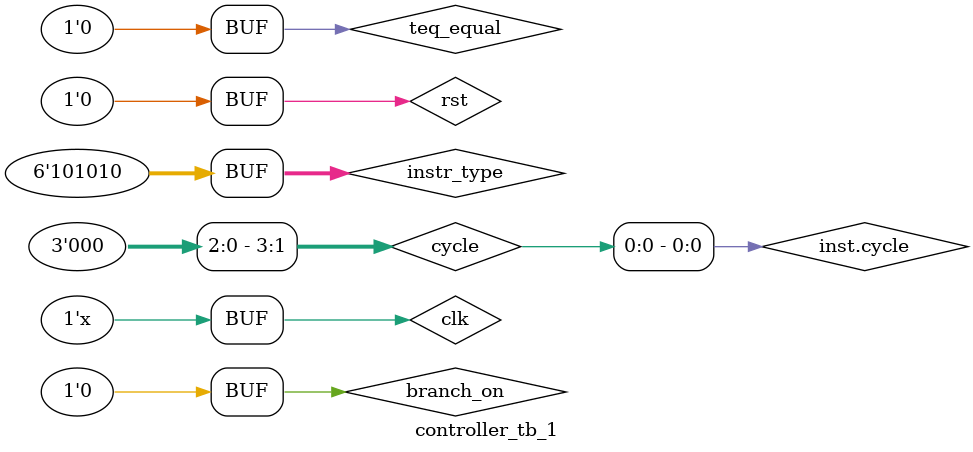
<source format=v>
`timescale 1ns / 1ps


module controller_tb_1;

parameter INST_TYPE_ADD   = 6'd0;
parameter INST_TYPE_ADDU  = 6'd1;
parameter INST_TYPE_SUB   = 6'd2;
parameter INST_TYPE_SUBU  = 6'd3;
parameter INST_TYPE_AND   = 6'd4;
parameter INST_TYPE_OR    = 6'd5;
parameter INST_TYPE_XOR   = 6'd6;
parameter INST_TYPE_NOR   = 6'd7;
parameter INST_TYPE_SLT   = 6'd8;
parameter INST_TYPE_SLTU  = 6'd9;
parameter INST_TYPE_SLL   = 6'd10;
parameter INST_TYPE_SRL   = 6'd11;
parameter INST_TYPE_SRA   = 6'd12;
parameter INST_TYPE_SLLV  = 6'd13;
parameter INST_TYPE_SRLV  = 6'd14;
parameter INST_TYPE_SRAV  = 6'd15;
parameter INST_TYPE_JR    = 6'd16;
parameter INST_TYPE_ADDI  = 6'd17;
parameter INST_TYPE_ADDIU = 6'd18;
parameter INST_TYPE_ANDI  = 6'd19;
parameter INST_TYPE_ORI   = 6'd20;
parameter INST_TYPE_XORI  = 6'd21;
parameter INST_TYPE_LW    = 6'd22;
parameter INST_TYPE_SW    = 6'd23;
parameter INST_TYPE_BEQ   = 6'd24;
parameter INST_TYPE_BNE   = 6'd25;
parameter INST_TYPE_SLTI  = 6'd26;
parameter INST_TYPE_SLTIU = 6'd27;
parameter INST_TYPE_LUI   = 6'd28;
parameter INST_TYPE_J     = 6'd29;
parameter INST_TYPE_JAL   = 6'd30;
parameter INST_TYPE_JALR  = 6'd31;
parameter INST_TYPE_MULT  = 6'd32;
parameter INST_TYPE_MULTU = 6'd33;
parameter INST_TYPE_DIV   = 6'd34;
parameter INST_TYPE_DIVU  = 6'd35;
parameter INST_TYPE_MFLO  = 6'd36;
parameter INST_TYPE_MFHI  = 6'd37;
parameter INST_TYPE_MTLO  = 6'd38;
parameter INST_TYPE_MTHI  = 6'd39;
parameter INST_TYPE_TEQ   = 6'd40;
parameter INST_TYPE_BREAK = 6'd41;
parameter INST_TYPE_ERET  = 6'd42;
parameter INST_TYPE_SYSCALL = 6'd43;
parameter INST_TYPE_LB    = 6'd44;
parameter INST_TYPE_LBU   = 6'd45;
parameter INST_TYPE_LH    = 6'd46;
parameter INST_TYPE_LHU   = 6'd47;
parameter INST_TYPE_SB    = 6'd48;
parameter INST_TYPE_SH    = 6'd49;
parameter INST_TYPE_BGEZ  = 6'd50;
parameter INST_TYPE_MFC0  = 6'd51;
parameter INST_TYPE_MTC0  = 6'd52;
parameter INST_TYPE_CLZ   = 6'd53;
parameter INST_TYPE_UNKNOWN = 6'd54;

reg clk;
reg rst;
reg [5:0]instr_type;
reg branch_on;
wire clz_busy;
wire clz_start;
reg teq_equal;


wire IM_R;
wire PC_out;
wire PC_in;
wire M_R;
wire M_W;
wire DRw_out;
wire DRw_in;
wire DRr_out;
wire DRr_in;
wire Z_out;
wire Z_in;
wire IR_out;
wire IR_in;
wire GR_in;
wire GR_R1_out;
wire GR_R2_out;
wire LO_in;
wire LO_out;
wire HI_in;
wire HI_out;
wire CP0_Rd_in;
wire CP0_Rd_out;
wire t_status_in;
wire t_status_out;
wire mult_start;
wire multu_start;
wire mult_signed;
wire div_start;
wire div_signed;
wire busy;

wire mask_update;
wire next_update;

wire [2:0] MUX_GR_W_DATA;

wire [2:0] MUXT_ALU_A;
wire [2:0] MUXT_ALU_B;

wire [3:0] alu_code;
wire [2:0] MUXT_PC_W_DATA;

controller inst(
    .MUX_GR_W_DATA(MUX_GR_W_DATA),
    .clk(clk),
    .rst(rst),
    .alu_code_t(4'b1111),
    .alu_code(alu_code),
    .mask_update(mask_update),
    .next_update(next_update),
    .instr_type(instr_type),
    .branch_on(branch_on),
    .teq_equal(teq_equal),
    .div_busy(busy),
    .IM_R(IM_R),
    .PC_out(PC_out),
    .PC_in(PC_in),
    .M_R(M_R),
    .M_W(M_W),
    .DRw_out(DRw_out),
    .DRw_in(DRw_in),
    .DRr_out(DRr_out),
    .DRr_in(DRr_in),
    .Z_out(Z_out),
    .Z_in(Z_in),
    .IR_out(IR_out),
    .IR_in(IR_in),
    .GR_in(GR_in),
    .GR_R1_out(GR_R1_out),
    .GR_R2_out(GR_R2_out),
    .LO_in(LO_in),
    .LO_out(LO_out),
    .HI_in(HI_in),
    .HI_out(HI_out),
    .CP0_Rd_in(CP0_Rd_in),
    .CP0_Rd_out(CP0_Rd_out),
    .t_status_in(t_status_in),
    .t_status_out(t_status_out),
    .mult_start(mult_start),
    .mult_signed(mult_signed),
    .div_start(div_start),
    .div_signed(div_signed),
    .clz_busy(clz_busy),
    .clz_start(clz_start),

    .MUXT_CP0_W_EPC(MUXT_CP0_W_EPC),
    .MUXT_CP0_W_STATUS(MUXT_CP0_W_STATUS),
    .MUXT_CP0_W_CAUSE(MUXT_CP0_W_CAUSE),

    .MUXT_ALU_A(MUXT_ALU_A),
    .MUXT_ALU_B(MUXT_ALU_B),

    .MUX_GR_W_ADDR_31(MUX_GR_W_ADDR_31),
    .MUX_GR_W_ADDR_RD(MUX_GR_W_ADDR_RD),
    .MUX_GR_W_ADDR_RT(MUX_GR_W_ADDR_RT),

    .MUXT_PC_W_DATA(MUXT_PC_W_DATA)
    );

    always #5 clk = ~clk;

    // wire [3:0] T_state = inst.cycle + 4'b1;
    wire [3:0] cycle   = inst.cycle;

    initial begin
        clk = 0;
        rst = 1;
        branch_on = 0;
        teq_equal = 0;

        #13;
        rst = 0; //reset
        #2;
        // add        
        instr_type = INST_TYPE_ADD;
        #40;

        // addu
        instr_type = INST_TYPE_ADDU;
        #40

        // sub
        instr_type = INST_TYPE_SUB;
        #40

        // subu
        instr_type = INST_TYPE_SUBU;
        #40;

        // and
        instr_type = INST_TYPE_AND;
        #40;

        // xor
        instr_type = INST_TYPE_XOR;
        #40;

        // nor
        instr_type = INST_TYPE_NOR;
        #40;

        // or
        instr_type = INST_TYPE_OR;
        #40;

        // slt
        instr_type = INST_TYPE_SLT;
        #40;

        // sltu
        instr_type = INST_TYPE_SLTU;
        #40;

        // sllv
        instr_type = INST_TYPE_SLLV;
        #40;

        // srlv
        instr_type = INST_TYPE_SRLV;
        #40;

        // srav
        instr_type = INST_TYPE_SRAV;
        #40;
/*------------------------------------------------------------------------*/
        // addi
        instr_type = INST_TYPE_ADDI;
        #40;

        // addiu
        instr_type = INST_TYPE_ADDIU;
        #40;

        // ori
        instr_type = INST_TYPE_ORI;
        #40;

        // xori
        instr_type = INST_TYPE_XORI;
        #40;

        // slti
        instr_type = INST_TYPE_SLTI;
        #40;

        // sltiu
        instr_type = INST_TYPE_SLTIU;
        #40;

        // lui
        instr_type = INST_TYPE_LUI;
        #40;

/*------------------------------------------------------------------------*/
        // sll
        instr_type = INST_TYPE_SLL;
        #40;

        // srl
        instr_type = INST_TYPE_SRL;
        #40;

        // sra
        instr_type = INST_TYPE_SRA;
        #40;

/*------------------------------------------------------------------------*/
        // jal
        instr_type = INST_TYPE_JAL;
        #40;

        // jalr
        instr_type = INST_TYPE_JALR;
        #40;
/*------------------------------------------------------------------------*/
        // eret
        instr_type = INST_TYPE_ERET;
        #40;





        

    end



endmodule

</source>
